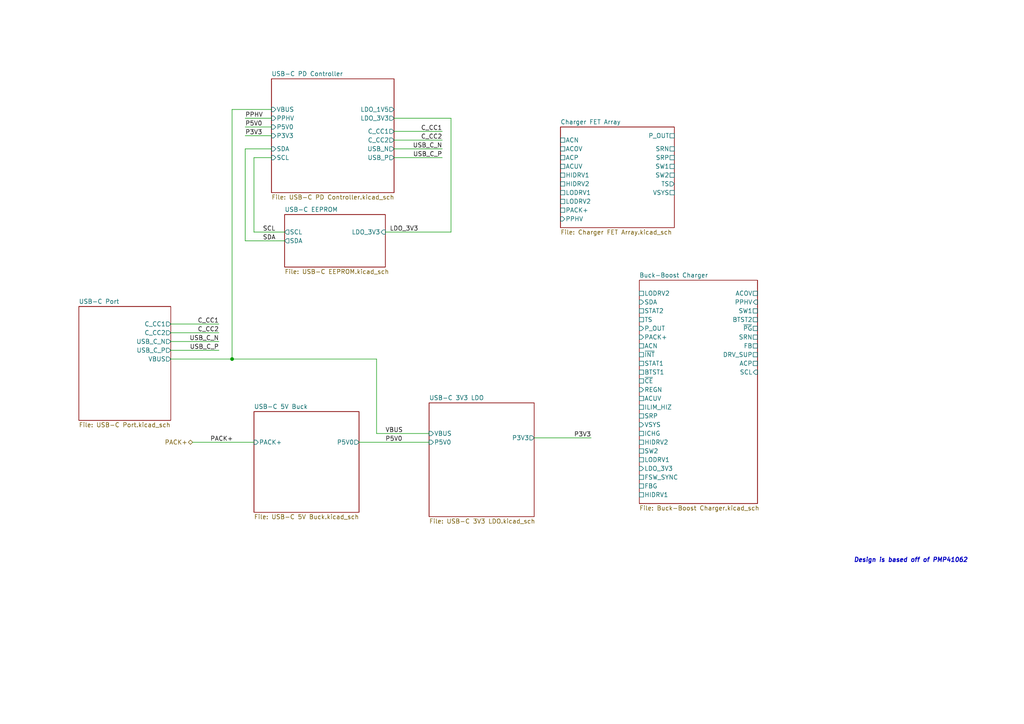
<source format=kicad_sch>
(kicad_sch
	(version 20250114)
	(generator "eeschema")
	(generator_version "9.0")
	(uuid "a07c6ed2-9c1e-47f0-8667-84577d69300d")
	(paper "A4")
	(lib_symbols)
	(text "Design is based off of PMP41062"
		(exclude_from_sim no)
		(at 264.16 162.56 0)
		(effects
			(font
				(size 1.27 1.27)
				(thickness 0.254)
				(bold yes)
				(italic yes)
			)
		)
		(uuid "9ebd4b4c-eb36-4e79-b3a9-2c5f7c6440e2")
	)
	(junction
		(at 67.31 104.14)
		(diameter 0)
		(color 0 0 0 0)
		(uuid "9c89f3e8-c282-4b5d-b6aa-804652ca5709")
	)
	(wire
		(pts
			(xy 111.76 67.31) (xy 130.81 67.31)
		)
		(stroke
			(width 0)
			(type default)
		)
		(uuid "0a567867-f53f-47e2-a5dd-1556737e6340")
	)
	(wire
		(pts
			(xy 49.53 96.52) (xy 63.5 96.52)
		)
		(stroke
			(width 0)
			(type default)
		)
		(uuid "1cf473e0-07f6-4411-9db0-1875bb73fb8e")
	)
	(wire
		(pts
			(xy 71.12 36.83) (xy 78.74 36.83)
		)
		(stroke
			(width 0)
			(type default)
		)
		(uuid "1e0566b0-c836-4aae-b889-df71453a9f2e")
	)
	(wire
		(pts
			(xy 154.94 127) (xy 171.45 127)
		)
		(stroke
			(width 0)
			(type default)
		)
		(uuid "250fa48b-3b76-44a2-ba4e-fb23c8d94272")
	)
	(wire
		(pts
			(xy 71.12 69.85) (xy 71.12 43.18)
		)
		(stroke
			(width 0)
			(type default)
		)
		(uuid "2d233a8f-11e8-46ff-a899-059c7813485b")
	)
	(wire
		(pts
			(xy 49.53 104.14) (xy 67.31 104.14)
		)
		(stroke
			(width 0)
			(type default)
		)
		(uuid "2e905276-62e9-403e-a9cb-6d2e5118f5d1")
	)
	(wire
		(pts
			(xy 114.3 40.64) (xy 128.27 40.64)
		)
		(stroke
			(width 0)
			(type default)
		)
		(uuid "3198b82e-4081-48c9-b8a4-48779be5e1ed")
	)
	(wire
		(pts
			(xy 104.14 128.27) (xy 124.46 128.27)
		)
		(stroke
			(width 0)
			(type default)
		)
		(uuid "3b74caff-4753-413a-9dc9-a2dc99219fd4")
	)
	(wire
		(pts
			(xy 78.74 45.72) (xy 73.66 45.72)
		)
		(stroke
			(width 0)
			(type default)
		)
		(uuid "4d0a9d7f-988d-44ee-af08-27c7d4fd81a4")
	)
	(wire
		(pts
			(xy 78.74 31.75) (xy 67.31 31.75)
		)
		(stroke
			(width 0)
			(type default)
		)
		(uuid "4d8ce13f-ecbd-4376-8169-489078eb2fba")
	)
	(wire
		(pts
			(xy 73.66 67.31) (xy 82.55 67.31)
		)
		(stroke
			(width 0)
			(type default)
		)
		(uuid "5e4cb1b3-ebde-4c6e-852b-3a70133fd1b1")
	)
	(wire
		(pts
			(xy 71.12 39.37) (xy 78.74 39.37)
		)
		(stroke
			(width 0)
			(type default)
		)
		(uuid "6028e28b-14cb-4ecc-b1ca-ee1c13b11195")
	)
	(wire
		(pts
			(xy 114.3 45.72) (xy 128.27 45.72)
		)
		(stroke
			(width 0)
			(type default)
		)
		(uuid "62717d2f-49d6-48f9-98fc-dfb893fde95e")
	)
	(wire
		(pts
			(xy 55.88 128.27) (xy 73.66 128.27)
		)
		(stroke
			(width 0)
			(type default)
		)
		(uuid "6f035944-1007-4cd0-aa42-41ad7842c4c8")
	)
	(wire
		(pts
			(xy 49.53 101.6) (xy 63.5 101.6)
		)
		(stroke
			(width 0)
			(type default)
		)
		(uuid "7dac0dc7-6e42-433b-8363-6b73402caa8b")
	)
	(wire
		(pts
			(xy 71.12 43.18) (xy 78.74 43.18)
		)
		(stroke
			(width 0)
			(type default)
		)
		(uuid "8cd11125-47d9-415c-9f25-47cbb595d68c")
	)
	(wire
		(pts
			(xy 82.55 69.85) (xy 71.12 69.85)
		)
		(stroke
			(width 0)
			(type default)
		)
		(uuid "8d050464-7fdb-45b3-a52a-7ee564535ce3")
	)
	(wire
		(pts
			(xy 130.81 34.29) (xy 114.3 34.29)
		)
		(stroke
			(width 0)
			(type default)
		)
		(uuid "8eddd35d-6193-4389-9466-d24a1ca93376")
	)
	(wire
		(pts
			(xy 67.31 31.75) (xy 67.31 104.14)
		)
		(stroke
			(width 0)
			(type default)
		)
		(uuid "97a2a423-273d-4c08-8f5b-4eb77ecc7601")
	)
	(wire
		(pts
			(xy 114.3 38.1) (xy 128.27 38.1)
		)
		(stroke
			(width 0)
			(type default)
		)
		(uuid "9a32332d-14ad-4170-a3e1-ea2831139978")
	)
	(wire
		(pts
			(xy 49.53 93.98) (xy 63.5 93.98)
		)
		(stroke
			(width 0)
			(type default)
		)
		(uuid "ac309694-37c8-4f9f-a93d-0256894fdcba")
	)
	(wire
		(pts
			(xy 71.12 34.29) (xy 78.74 34.29)
		)
		(stroke
			(width 0)
			(type default)
		)
		(uuid "afde784a-7064-484c-812a-42c9d3c14d1f")
	)
	(wire
		(pts
			(xy 67.31 104.14) (xy 109.22 104.14)
		)
		(stroke
			(width 0)
			(type default)
		)
		(uuid "b477d757-7827-4f1e-b254-358d0d87c7a8")
	)
	(wire
		(pts
			(xy 73.66 45.72) (xy 73.66 67.31)
		)
		(stroke
			(width 0)
			(type default)
		)
		(uuid "cd3f8c4f-9057-4668-97e2-b4350cddc192")
	)
	(wire
		(pts
			(xy 109.22 125.73) (xy 124.46 125.73)
		)
		(stroke
			(width 0)
			(type default)
		)
		(uuid "d37f07e5-8dc1-4bc8-9378-8418713d2059")
	)
	(wire
		(pts
			(xy 130.81 67.31) (xy 130.81 34.29)
		)
		(stroke
			(width 0)
			(type default)
		)
		(uuid "d40a457d-8aac-4e13-b763-964f1491f767")
	)
	(wire
		(pts
			(xy 49.53 99.06) (xy 63.5 99.06)
		)
		(stroke
			(width 0)
			(type default)
		)
		(uuid "d87fb7aa-13cd-456b-9486-c83ac452a2cd")
	)
	(wire
		(pts
			(xy 114.3 43.18) (xy 128.27 43.18)
		)
		(stroke
			(width 0)
			(type default)
		)
		(uuid "e5b45678-0c50-46e6-aab2-89ca5cdaaf79")
	)
	(wire
		(pts
			(xy 109.22 104.14) (xy 109.22 125.73)
		)
		(stroke
			(width 0)
			(type default)
		)
		(uuid "f743f35c-5dd3-4307-8c5a-ead2cc30b940")
	)
	(label "USB_C_N"
		(at 128.27 43.18 180)
		(effects
			(font
				(size 1.27 1.27)
			)
			(justify right bottom)
		)
		(uuid "1020edf8-9b85-4a6b-b633-449270a0f785")
	)
	(label "C_CC1"
		(at 128.27 38.1 180)
		(effects
			(font
				(size 1.27 1.27)
			)
			(justify right bottom)
		)
		(uuid "1893ba94-1c43-4d55-90dc-fb3027264e39")
	)
	(label "USB_C_P"
		(at 63.5 101.6 180)
		(effects
			(font
				(size 1.27 1.27)
			)
			(justify right bottom)
		)
		(uuid "214fb09a-ad32-49e7-a9ba-a05834cc3920")
	)
	(label "P3V3"
		(at 71.12 39.37 0)
		(effects
			(font
				(size 1.27 1.27)
			)
			(justify left bottom)
		)
		(uuid "35a81ad6-e9eb-4aef-9eb1-eed350452319")
	)
	(label "SDA"
		(at 76.2 69.85 0)
		(effects
			(font
				(size 1.27 1.27)
			)
			(justify left bottom)
		)
		(uuid "49c12e69-74f9-4c34-871b-6634c57fa13b")
	)
	(label "USB_C_P"
		(at 128.27 45.72 180)
		(effects
			(font
				(size 1.27 1.27)
			)
			(justify right bottom)
		)
		(uuid "524e4fb0-4ed1-4156-a2cf-3de1b7083495")
	)
	(label "PPHV"
		(at 71.12 34.29 0)
		(effects
			(font
				(size 1.27 1.27)
			)
			(justify left bottom)
		)
		(uuid "611059ef-2c2b-465d-a976-df199fcb0274")
	)
	(label "VBUS"
		(at 111.76 125.73 0)
		(effects
			(font
				(size 1.27 1.27)
			)
			(justify left bottom)
		)
		(uuid "703e7612-7aa6-461a-a0a7-7e068d1654ed")
	)
	(label "SCL"
		(at 76.2 67.31 0)
		(effects
			(font
				(size 1.27 1.27)
			)
			(justify left bottom)
		)
		(uuid "792e8ccc-abbb-4808-8dc9-60e7ffc72064")
	)
	(label "P3V3"
		(at 171.45 127 180)
		(effects
			(font
				(size 1.27 1.27)
			)
			(justify right bottom)
		)
		(uuid "8e9a3fd4-41e1-4cbf-a865-9a640e39c8da")
	)
	(label "P5V0"
		(at 111.76 128.27 0)
		(effects
			(font
				(size 1.27 1.27)
			)
			(justify left bottom)
		)
		(uuid "9ec3e587-7c05-4e56-9028-310923bc7c6e")
	)
	(label "P5V0"
		(at 71.12 36.83 0)
		(effects
			(font
				(size 1.27 1.27)
			)
			(justify left bottom)
		)
		(uuid "ac2ae6d5-9241-402a-8637-3520326f9f02")
	)
	(label "C_CC1"
		(at 63.5 93.98 180)
		(effects
			(font
				(size 1.27 1.27)
			)
			(justify right bottom)
		)
		(uuid "bdfa2021-b8af-4360-a0db-d4ee382eb5c8")
	)
	(label "C_CC2"
		(at 128.27 40.64 180)
		(effects
			(font
				(size 1.27 1.27)
			)
			(justify right bottom)
		)
		(uuid "caa61866-2a76-41aa-b799-dfaec42deb8f")
	)
	(label "PACK+"
		(at 60.96 128.27 0)
		(effects
			(font
				(size 1.27 1.27)
			)
			(justify left bottom)
		)
		(uuid "cf8e4844-c85d-48e0-8fa2-9a4a3ec36c3b")
	)
	(label "USB_C_N"
		(at 63.5 99.06 180)
		(effects
			(font
				(size 1.27 1.27)
			)
			(justify right bottom)
		)
		(uuid "d6c926b9-fa3f-43b1-8f0f-be9477a2d97c")
	)
	(label "LDO_3V3"
		(at 113.03 67.31 0)
		(effects
			(font
				(size 1.27 1.27)
			)
			(justify left bottom)
		)
		(uuid "dd3d1bb9-54dd-48d3-bbe9-8a5bc5ca4e46")
	)
	(label "C_CC2"
		(at 63.5 96.52 180)
		(effects
			(font
				(size 1.27 1.27)
			)
			(justify right bottom)
		)
		(uuid "fba3e54b-4fff-4052-953e-b96ed7f748a2")
	)
	(hierarchical_label "PACK+"
		(shape bidirectional)
		(at 55.88 128.27 180)
		(effects
			(font
				(size 1.27 1.27)
			)
			(justify right)
		)
		(uuid "51130d77-ecb2-43ec-9e5b-b03b4bb7177a")
	)
	(sheet
		(at 124.46 116.84)
		(size 30.48 33.02)
		(exclude_from_sim no)
		(in_bom yes)
		(on_board yes)
		(dnp no)
		(fields_autoplaced yes)
		(stroke
			(width 0.1524)
			(type solid)
		)
		(fill
			(color 0 0 0 0.0000)
		)
		(uuid "020614fe-6171-4ea0-a28e-58c67e69c732")
		(property "Sheetname" "USB-C 3V3 LDO"
			(at 124.46 116.1284 0)
			(effects
				(font
					(size 1.27 1.27)
				)
				(justify left bottom)
			)
		)
		(property "Sheetfile" "USB-C 3V3 LDO.kicad_sch"
			(at 124.46 150.4446 0)
			(effects
				(font
					(size 1.27 1.27)
				)
				(justify left top)
			)
		)
		(pin "VBUS" input
			(at 124.46 125.73 180)
			(uuid "8c8ede33-d2ac-4037-b3ef-e4edbc61be90")
			(effects
				(font
					(size 1.27 1.27)
				)
				(justify left)
			)
		)
		(pin "P5V0" input
			(at 124.46 128.27 180)
			(uuid "3fd2014a-ae4c-49f0-a655-34e6d1522587")
			(effects
				(font
					(size 1.27 1.27)
				)
				(justify left)
			)
		)
		(pin "P3V3" output
			(at 154.94 127 0)
			(uuid "e7db7709-9f28-4c62-b2d6-e75c8f15fd84")
			(effects
				(font
					(size 1.27 1.27)
				)
				(justify right)
			)
		)
		(instances
			(project "Project-Star"
				(path "/fc8533bc-25dd-4c20-9b4c-ffebebd6739b/ec72a35b-e7f2-4422-8859-60e9fb848154"
					(page "16")
				)
			)
		)
	)
	(sheet
		(at 185.42 81.28)
		(size 34.29 64.77)
		(exclude_from_sim no)
		(in_bom yes)
		(on_board yes)
		(dnp no)
		(fields_autoplaced yes)
		(stroke
			(width 0.1524)
			(type solid)
		)
		(fill
			(color 0 0 0 0.0000)
		)
		(uuid "6f9fe965-58a5-4a06-b6b6-8090ff5dc05f")
		(property "Sheetname" "Buck-Boost Charger"
			(at 185.42 80.5684 0)
			(effects
				(font
					(size 1.27 1.27)
				)
				(justify left bottom)
			)
		)
		(property "Sheetfile" "Buck-Boost Charger.kicad_sch"
			(at 185.42 146.6346 0)
			(effects
				(font
					(size 1.27 1.27)
				)
				(justify left top)
			)
		)
		(pin "LODRV2" passive
			(at 185.42 85.09 180)
			(uuid "8cfa87a6-c4fa-4afd-979c-4956aaf4b45a")
			(effects
				(font
					(size 1.27 1.27)
				)
				(justify left)
			)
		)
		(pin "SDA" input
			(at 185.42 87.63 180)
			(uuid "1be88b20-84c7-4744-b5e4-edcdad29b7cf")
			(effects
				(font
					(size 1.27 1.27)
				)
				(justify left)
			)
		)
		(pin "STAT2" passive
			(at 185.42 90.17 180)
			(uuid "240b7edf-3b64-41db-a7d9-4886ba5fc43e")
			(effects
				(font
					(size 1.27 1.27)
				)
				(justify left)
			)
		)
		(pin "TS" passive
			(at 185.42 92.71 180)
			(uuid "5c9518ac-07dd-4a81-afd2-7184808c91c1")
			(effects
				(font
					(size 1.27 1.27)
				)
				(justify left)
			)
		)
		(pin "P_OUT" input
			(at 185.42 95.25 180)
			(uuid "c80b0be5-68b4-4dea-835f-e3b87508bc46")
			(effects
				(font
					(size 1.27 1.27)
				)
				(justify left)
			)
		)
		(pin "PACK+" input
			(at 185.42 97.79 180)
			(uuid "36b1ad27-3a7b-4a58-9281-9ffe027e686d")
			(effects
				(font
					(size 1.27 1.27)
				)
				(justify left)
			)
		)
		(pin "ACN" passive
			(at 185.42 100.33 180)
			(uuid "db196490-4cb8-4e55-b3d8-33a684ef3cae")
			(effects
				(font
					(size 1.27 1.27)
				)
				(justify left)
			)
		)
		(pin "~{INT}" passive
			(at 185.42 102.87 180)
			(uuid "2a4bb278-f188-4d48-aa8d-833c585e84cd")
			(effects
				(font
					(size 1.27 1.27)
				)
				(justify left)
			)
		)
		(pin "STAT1" passive
			(at 185.42 105.41 180)
			(uuid "866b54fb-cf6d-4495-89bc-f8cd9f661b85")
			(effects
				(font
					(size 1.27 1.27)
				)
				(justify left)
			)
		)
		(pin "BTST1" passive
			(at 185.42 107.95 180)
			(uuid "6fe09f75-64a7-47e5-a230-caa83f9bc99f")
			(effects
				(font
					(size 1.27 1.27)
				)
				(justify left)
			)
		)
		(pin "~{CE}" passive
			(at 185.42 110.49 180)
			(uuid "d1492883-a70f-4ad6-bfe8-d2d32865c24b")
			(effects
				(font
					(size 1.27 1.27)
				)
				(justify left)
			)
		)
		(pin "REGN" input
			(at 185.42 113.03 180)
			(uuid "ad5856c3-4ed4-42f0-b0e7-b263f846b856")
			(effects
				(font
					(size 1.27 1.27)
				)
				(justify left)
			)
		)
		(pin "ACUV" passive
			(at 185.42 115.57 180)
			(uuid "8dff19f5-ea66-4619-9d83-55b1b0f3df69")
			(effects
				(font
					(size 1.27 1.27)
				)
				(justify left)
			)
		)
		(pin "ILIM_HIZ" passive
			(at 185.42 118.11 180)
			(uuid "0e576d10-717a-4c13-b32e-f3192ecfcb7c")
			(effects
				(font
					(size 1.27 1.27)
				)
				(justify left)
			)
		)
		(pin "SRP" passive
			(at 185.42 120.65 180)
			(uuid "9026f3d9-32e5-4d4e-90f0-3bb82003bc63")
			(effects
				(font
					(size 1.27 1.27)
				)
				(justify left)
			)
		)
		(pin "VSYS" input
			(at 185.42 123.19 180)
			(uuid "d0c18277-a4b7-4ea5-a422-29f7301d7a51")
			(effects
				(font
					(size 1.27 1.27)
				)
				(justify left)
			)
		)
		(pin "ICHG" passive
			(at 185.42 125.73 180)
			(uuid "4565562b-9883-443b-8458-b6e5cd4dcadb")
			(effects
				(font
					(size 1.27 1.27)
				)
				(justify left)
			)
		)
		(pin "HIDRV2" passive
			(at 185.42 128.27 180)
			(uuid "7d392bf1-9fb4-4567-b2b0-e6988570c313")
			(effects
				(font
					(size 1.27 1.27)
				)
				(justify left)
			)
		)
		(pin "SW2" passive
			(at 185.42 130.81 180)
			(uuid "b72aa46f-f316-4a82-ad34-2c3369d00b31")
			(effects
				(font
					(size 1.27 1.27)
				)
				(justify left)
			)
		)
		(pin "LODRV1" passive
			(at 185.42 133.35 180)
			(uuid "1b1cc0ea-938a-4896-a893-d26aaa726225")
			(effects
				(font
					(size 1.27 1.27)
				)
				(justify left)
			)
		)
		(pin "LDO_3V3" input
			(at 185.42 135.89 180)
			(uuid "b58896a8-de00-4e13-9f1e-02ae4ad7401c")
			(effects
				(font
					(size 1.27 1.27)
				)
				(justify left)
			)
		)
		(pin "FSW_SYNC" passive
			(at 185.42 138.43 180)
			(uuid "cd92156f-c7bc-43cc-bd73-0279cbca6c4a")
			(effects
				(font
					(size 1.27 1.27)
				)
				(justify left)
			)
		)
		(pin "FBG" passive
			(at 185.42 140.97 180)
			(uuid "8ac23cc7-dd01-4644-9cfb-edf17e2e9520")
			(effects
				(font
					(size 1.27 1.27)
				)
				(justify left)
			)
		)
		(pin "HIDRV1" passive
			(at 185.42 143.51 180)
			(uuid "a427ad5b-36ca-4f84-9e4e-dc462f90e43f")
			(effects
				(font
					(size 1.27 1.27)
				)
				(justify left)
			)
		)
		(pin "ACOV" passive
			(at 219.71 85.09 0)
			(uuid "f65a62e5-b106-4eb3-96ab-8ebdb5c88855")
			(effects
				(font
					(size 1.27 1.27)
				)
				(justify right)
			)
		)
		(pin "PPHV" input
			(at 219.71 87.63 0)
			(uuid "ee1d6b7c-5f6e-47d2-bdc9-8171e7a0d11a")
			(effects
				(font
					(size 1.27 1.27)
				)
				(justify right)
			)
		)
		(pin "SW1" passive
			(at 219.71 90.17 0)
			(uuid "dab42936-86d6-431e-b6da-a0b7bf7ed94e")
			(effects
				(font
					(size 1.27 1.27)
				)
				(justify right)
			)
		)
		(pin "BTST2" passive
			(at 219.71 92.71 0)
			(uuid "27bdb564-f42f-4cd3-a62e-e829c52d4cc2")
			(effects
				(font
					(size 1.27 1.27)
				)
				(justify right)
			)
		)
		(pin "~{PG}" passive
			(at 219.71 95.25 0)
			(uuid "dd1bbcbd-02e4-495d-aa1d-0eb529299ac5")
			(effects
				(font
					(size 1.27 1.27)
				)
				(justify right)
			)
		)
		(pin "SRN" passive
			(at 219.71 97.79 0)
			(uuid "23347e3d-c9f3-4cb7-9622-65d99789b395")
			(effects
				(font
					(size 1.27 1.27)
				)
				(justify right)
			)
		)
		(pin "FB" passive
			(at 219.71 100.33 0)
			(uuid "586a9ecb-b7db-4b7e-90ee-06dec7765126")
			(effects
				(font
					(size 1.27 1.27)
				)
				(justify right)
			)
		)
		(pin "DRV_SUP" passive
			(at 219.71 102.87 0)
			(uuid "0f364539-48a8-4c15-8f1d-df1a312727bb")
			(effects
				(font
					(size 1.27 1.27)
				)
				(justify right)
			)
		)
		(pin "ACP" passive
			(at 219.71 105.41 0)
			(uuid "b725dee8-03c7-4521-b1bd-220ace33ae72")
			(effects
				(font
					(size 1.27 1.27)
				)
				(justify right)
			)
		)
		(pin "SCL" input
			(at 219.71 107.95 0)
			(uuid "a3f7a0ef-68a1-4209-bf70-9abd8a0d900c")
			(effects
				(font
					(size 1.27 1.27)
				)
				(justify right)
			)
		)
		(instances
			(project "Project-Star"
				(path "/fc8533bc-25dd-4c20-9b4c-ffebebd6739b/ec72a35b-e7f2-4422-8859-60e9fb848154"
					(page "17")
				)
			)
		)
	)
	(sheet
		(at 162.56 36.83)
		(size 33.02 29.21)
		(exclude_from_sim no)
		(in_bom yes)
		(on_board yes)
		(dnp no)
		(fields_autoplaced yes)
		(stroke
			(width 0.1524)
			(type solid)
		)
		(fill
			(color 0 0 0 0.0000)
		)
		(uuid "9fb42b36-af5a-430a-ae71-09fe6d8fbe9c")
		(property "Sheetname" "Charger FET Array"
			(at 162.56 36.1184 0)
			(effects
				(font
					(size 1.27 1.27)
				)
				(justify left bottom)
			)
		)
		(property "Sheetfile" "Charger FET Array.kicad_sch"
			(at 162.56 66.6246 0)
			(effects
				(font
					(size 1.27 1.27)
				)
				(justify left top)
			)
		)
		(pin "ACN" passive
			(at 162.56 40.64 180)
			(uuid "243cdd8e-98ad-4920-b204-72cf40ab4eaa")
			(effects
				(font
					(size 1.27 1.27)
				)
				(justify left)
			)
		)
		(pin "ACOV" passive
			(at 162.56 43.18 180)
			(uuid "9d9b7cdc-0bba-4545-a094-9a6ae968cf05")
			(effects
				(font
					(size 1.27 1.27)
				)
				(justify left)
			)
		)
		(pin "ACP" passive
			(at 162.56 45.72 180)
			(uuid "6e9f8506-80d8-4905-9ef2-735d0fab16a8")
			(effects
				(font
					(size 1.27 1.27)
				)
				(justify left)
			)
		)
		(pin "ACUV" passive
			(at 162.56 48.26 180)
			(uuid "b877e4e1-35fb-4528-bf01-1b3d1941c15b")
			(effects
				(font
					(size 1.27 1.27)
				)
				(justify left)
			)
		)
		(pin "HIDRV1" passive
			(at 162.56 50.8 180)
			(uuid "32baa85b-ce5e-421c-9d20-468990eb5603")
			(effects
				(font
					(size 1.27 1.27)
				)
				(justify left)
			)
		)
		(pin "HIDRV2" passive
			(at 162.56 53.34 180)
			(uuid "c85435a4-7b40-4084-93f0-444f86e9e3b8")
			(effects
				(font
					(size 1.27 1.27)
				)
				(justify left)
			)
		)
		(pin "LODRV1" passive
			(at 162.56 55.88 180)
			(uuid "70c3b2a1-aa66-4871-b7a4-35aa3e8d9ab5")
			(effects
				(font
					(size 1.27 1.27)
				)
				(justify left)
			)
		)
		(pin "LODRV2" passive
			(at 162.56 58.42 180)
			(uuid "524efb67-4b1e-4c7b-9c4e-a564988ab791")
			(effects
				(font
					(size 1.27 1.27)
				)
				(justify left)
			)
		)
		(pin "PACK+" passive
			(at 162.56 60.96 180)
			(uuid "37555968-6a6d-4967-b63f-5051ebef8162")
			(effects
				(font
					(size 1.27 1.27)
				)
				(justify left)
			)
		)
		(pin "PPHV" input
			(at 162.56 63.5 180)
			(uuid "d30f4a12-0826-44ef-bae1-0664543de606")
			(effects
				(font
					(size 1.27 1.27)
				)
				(justify left)
			)
		)
		(pin "P_OUT" passive
			(at 195.58 39.37 0)
			(uuid "4a9817cf-ec31-4b84-9189-2a424c46252d")
			(effects
				(font
					(size 1.27 1.27)
				)
				(justify right)
			)
		)
		(pin "SRN" passive
			(at 195.58 43.18 0)
			(uuid "15f2cca2-267c-42d1-a615-c4da0a05a52e")
			(effects
				(font
					(size 1.27 1.27)
				)
				(justify right)
			)
		)
		(pin "SRP" passive
			(at 195.58 45.72 0)
			(uuid "68b2dd91-a8f9-4aaa-982e-2957d9f435de")
			(effects
				(font
					(size 1.27 1.27)
				)
				(justify right)
			)
		)
		(pin "SW1" passive
			(at 195.58 48.26 0)
			(uuid "d1b9b77b-b419-468d-8629-87d0a76a21bc")
			(effects
				(font
					(size 1.27 1.27)
				)
				(justify right)
			)
		)
		(pin "SW2" passive
			(at 195.58 50.8 0)
			(uuid "227e82c2-0649-4862-a9fa-0e37744c082d")
			(effects
				(font
					(size 1.27 1.27)
				)
				(justify right)
			)
		)
		(pin "TS" output
			(at 195.58 53.34 0)
			(uuid "a3436395-1773-4ec0-a812-9c6d76a82e4f")
			(effects
				(font
					(size 1.27 1.27)
				)
				(justify right)
			)
		)
		(pin "VSYS" passive
			(at 195.58 55.88 0)
			(uuid "7eec1140-0a87-41d4-898a-26eff4ffa7b0")
			(effects
				(font
					(size 1.27 1.27)
				)
				(justify right)
			)
		)
		(instances
			(project "Project-Star"
				(path "/fc8533bc-25dd-4c20-9b4c-ffebebd6739b/ec72a35b-e7f2-4422-8859-60e9fb848154"
					(page "19")
				)
			)
		)
	)
	(sheet
		(at 78.74 22.86)
		(size 35.56 33.02)
		(exclude_from_sim no)
		(in_bom yes)
		(on_board yes)
		(dnp no)
		(fields_autoplaced yes)
		(stroke
			(width 0.1524)
			(type solid)
		)
		(fill
			(color 0 0 0 0.0000)
		)
		(uuid "b3612068-8c8c-481f-99d3-d6528c245904")
		(property "Sheetname" "USB-C PD Controller"
			(at 78.74 22.1484 0)
			(effects
				(font
					(size 1.27 1.27)
				)
				(justify left bottom)
			)
		)
		(property "Sheetfile" "USB-C PD Controller.kicad_sch"
			(at 78.74 56.4646 0)
			(effects
				(font
					(size 1.27 1.27)
				)
				(justify left top)
			)
		)
		(pin "P5V0" input
			(at 78.74 36.83 180)
			(uuid "5723cb34-3613-4028-9ea4-6d139a83b5bd")
			(effects
				(font
					(size 1.27 1.27)
				)
				(justify left)
			)
		)
		(pin "LDO_1V5" output
			(at 114.3 31.75 0)
			(uuid "9375434e-341a-4065-9009-cff61aed77ef")
			(effects
				(font
					(size 1.27 1.27)
				)
				(justify right)
			)
		)
		(pin "C_CC2" output
			(at 114.3 40.64 0)
			(uuid "47cbb5c6-32e0-481e-af35-8b5080bf127b")
			(effects
				(font
					(size 1.27 1.27)
				)
				(justify right)
			)
		)
		(pin "SCL" input
			(at 78.74 45.72 180)
			(uuid "44634c37-27a5-425d-b508-5e9f6e57a98a")
			(effects
				(font
					(size 1.27 1.27)
				)
				(justify left)
			)
		)
		(pin "USB_P" output
			(at 114.3 45.72 0)
			(uuid "b842cf7e-17da-44d9-af4b-8f861e6fc273")
			(effects
				(font
					(size 1.27 1.27)
				)
				(justify right)
			)
		)
		(pin "USB_N" output
			(at 114.3 43.18 0)
			(uuid "cd67fcfe-839e-49eb-badb-cd10db91d06f")
			(effects
				(font
					(size 1.27 1.27)
				)
				(justify right)
			)
		)
		(pin "SDA" input
			(at 78.74 43.18 180)
			(uuid "edead1d1-0837-483c-9d8c-1632894189e6")
			(effects
				(font
					(size 1.27 1.27)
				)
				(justify left)
			)
		)
		(pin "C_CC1" output
			(at 114.3 38.1 0)
			(uuid "1149dd44-602e-4176-b783-1a9cbb2cc807")
			(effects
				(font
					(size 1.27 1.27)
				)
				(justify right)
			)
		)
		(pin "PPHV" input
			(at 78.74 34.29 180)
			(uuid "4d4360dd-4062-43d2-ac3b-d5e0f07b209a")
			(effects
				(font
					(size 1.27 1.27)
				)
				(justify left)
			)
		)
		(pin "VBUS" input
			(at 78.74 31.75 180)
			(uuid "615c10c5-7319-4817-94d9-03da6c866490")
			(effects
				(font
					(size 1.27 1.27)
				)
				(justify left)
			)
		)
		(pin "LDO_3V3" output
			(at 114.3 34.29 0)
			(uuid "84db1cd5-1b61-4ef5-a98c-de7040a26972")
			(effects
				(font
					(size 1.27 1.27)
				)
				(justify right)
			)
		)
		(pin "P3V3" input
			(at 78.74 39.37 180)
			(uuid "24e2dba8-9b15-4a72-8bc5-891ae70b98cf")
			(effects
				(font
					(size 1.27 1.27)
				)
				(justify left)
			)
		)
		(instances
			(project "Project-Star"
				(path "/fc8533bc-25dd-4c20-9b4c-ffebebd6739b/ec72a35b-e7f2-4422-8859-60e9fb848154"
					(page "14")
				)
			)
		)
	)
	(sheet
		(at 82.55 62.23)
		(size 29.21 15.24)
		(exclude_from_sim no)
		(in_bom yes)
		(on_board yes)
		(dnp no)
		(fields_autoplaced yes)
		(stroke
			(width 0.1524)
			(type solid)
		)
		(fill
			(color 0 0 0 0.0000)
		)
		(uuid "c75e3b3c-5e7c-48a1-b9c1-6d22fff06a0f")
		(property "Sheetname" "USB-C EEPROM"
			(at 82.55 61.5184 0)
			(effects
				(font
					(size 1.27 1.27)
				)
				(justify left bottom)
			)
		)
		(property "Sheetfile" "USB-C EEPROM.kicad_sch"
			(at 82.55 78.0546 0)
			(effects
				(font
					(size 1.27 1.27)
				)
				(justify left top)
			)
		)
		(pin "SCL" output
			(at 82.55 67.31 180)
			(uuid "e42a0f4c-901f-41ea-b258-fee24a81f56e")
			(effects
				(font
					(size 1.27 1.27)
				)
				(justify left)
			)
		)
		(pin "SDA" output
			(at 82.55 69.85 180)
			(uuid "48eaff4e-ecb1-4cc7-b815-b3136a31422e")
			(effects
				(font
					(size 1.27 1.27)
				)
				(justify left)
			)
		)
		(pin "LDO_3V3" input
			(at 111.76 67.31 0)
			(uuid "8cfa5a21-8992-4fb5-b5ca-9e63bd979cf5")
			(effects
				(font
					(size 1.27 1.27)
				)
				(justify right)
			)
		)
		(instances
			(project "Project-Star"
				(path "/fc8533bc-25dd-4c20-9b4c-ffebebd6739b/ec72a35b-e7f2-4422-8859-60e9fb848154"
					(page "15")
				)
			)
		)
	)
	(sheet
		(at 73.66 119.38)
		(size 30.48 29.21)
		(exclude_from_sim no)
		(in_bom yes)
		(on_board yes)
		(dnp no)
		(fields_autoplaced yes)
		(stroke
			(width 0.1524)
			(type solid)
		)
		(fill
			(color 0 0 0 0.0000)
		)
		(uuid "e37625a4-4166-4d08-b145-52540d65bd12")
		(property "Sheetname" "USB-C 5V Buck"
			(at 73.66 118.6684 0)
			(effects
				(font
					(size 1.27 1.27)
				)
				(justify left bottom)
			)
		)
		(property "Sheetfile" "USB-C 5V Buck.kicad_sch"
			(at 73.66 149.1746 0)
			(effects
				(font
					(size 1.27 1.27)
				)
				(justify left top)
			)
		)
		(pin "PACK+" input
			(at 73.66 128.27 180)
			(uuid "1fdcf2a3-c9b8-4f14-a186-2946ea6655ec")
			(effects
				(font
					(size 1.27 1.27)
				)
				(justify left)
			)
		)
		(pin "P5V0" output
			(at 104.14 128.27 0)
			(uuid "d1836d5a-a885-48d6-b40a-b3bbd358ae9e")
			(effects
				(font
					(size 1.27 1.27)
				)
				(justify right)
			)
		)
		(instances
			(project "Project-Star"
				(path "/fc8533bc-25dd-4c20-9b4c-ffebebd6739b/ec72a35b-e7f2-4422-8859-60e9fb848154"
					(page "18")
				)
			)
		)
	)
	(sheet
		(at 22.86 88.9)
		(size 26.67 33.02)
		(exclude_from_sim no)
		(in_bom yes)
		(on_board yes)
		(dnp no)
		(fields_autoplaced yes)
		(stroke
			(width 0.1524)
			(type solid)
		)
		(fill
			(color 0 0 0 0.0000)
		)
		(uuid "f6f5f8c2-3fe5-486c-93b1-10011acff681")
		(property "Sheetname" "USB-C Port"
			(at 22.86 88.1884 0)
			(effects
				(font
					(size 1.27 1.27)
				)
				(justify left bottom)
			)
		)
		(property "Sheetfile" "USB-C Port.kicad_sch"
			(at 22.86 122.5046 0)
			(effects
				(font
					(size 1.27 1.27)
				)
				(justify left top)
			)
		)
		(pin "C_CC1" output
			(at 49.53 93.98 0)
			(uuid "ddc0d92a-c384-41de-a4c2-43ae52b74f54")
			(effects
				(font
					(size 1.27 1.27)
				)
				(justify right)
			)
		)
		(pin "C_CC2" output
			(at 49.53 96.52 0)
			(uuid "b474c0de-f3e0-4846-9170-2736e289fd06")
			(effects
				(font
					(size 1.27 1.27)
				)
				(justify right)
			)
		)
		(pin "USB_C_N" output
			(at 49.53 99.06 0)
			(uuid "6498ab92-bdba-4812-a587-2daa61f71697")
			(effects
				(font
					(size 1.27 1.27)
				)
				(justify right)
			)
		)
		(pin "USB_C_P" output
			(at 49.53 101.6 0)
			(uuid "a986a641-807a-4305-a3a1-fd59260ab4bf")
			(effects
				(font
					(size 1.27 1.27)
				)
				(justify right)
			)
		)
		(pin "VBUS" output
			(at 49.53 104.14 0)
			(uuid "60f76068-ee50-414d-aae0-d20e82c7ea85")
			(effects
				(font
					(size 1.27 1.27)
				)
				(justify right)
			)
		)
		(instances
			(project "Project-Star"
				(path "/fc8533bc-25dd-4c20-9b4c-ffebebd6739b/ec72a35b-e7f2-4422-8859-60e9fb848154"
					(page "13")
				)
			)
		)
	)
)

</source>
